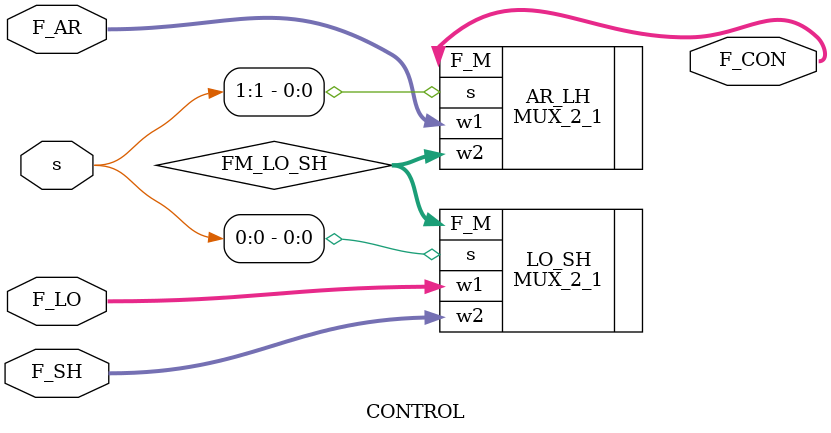
<source format=v>
module CONTROL(output [7:0]F_CON, input wire[1:0]s,
input wire [7:0] F_AR,input wire [7:0] F_LO,input wire [7:0] F_SH
);
wire [7:0] FM_LO_SH;
MUX_2_1 LO_SH(.w1(F_LO),.w2(F_SH),.s(s[0]),.F_M(FM_LO_SH));
MUX_2_1 AR_LH(.w1(F_AR),.w2(FM_LO_SH),.s(s[1]),.F_M(F_CON));
endmodule
</source>
